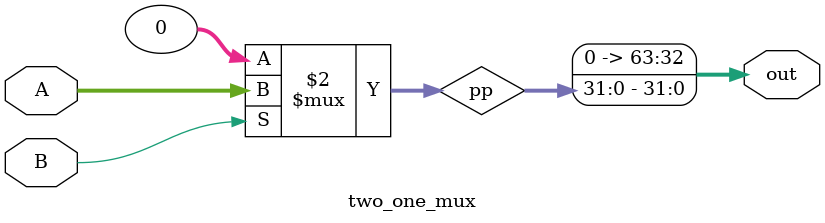
<source format=v>
module two_one_mux #(parameter shift = 0)(
    input [31:0] A,
    input B,
    output [63:0] out
);

    wire [31:0] pp;
    assign pp = (B == 1) ? A : 32'b0;
    assign out = pp << shift;


endmodule
</source>
